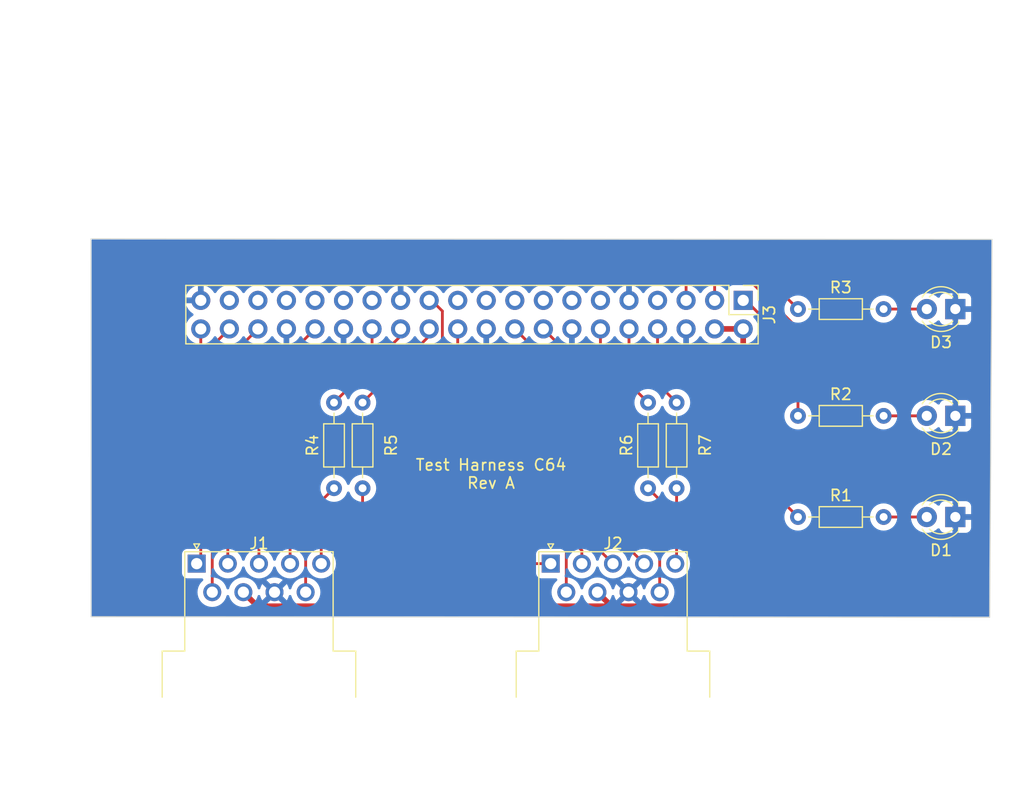
<source format=kicad_pcb>
(kicad_pcb (version 20221018) (generator pcbnew)
  (title_block (title "Unijoysticle Tester") (date "2022-11-29") (rev "A") (company "Ricardo Quesada"))
  (layers (0 "F.Cu" signal) (31 "B.Cu" signal) (34 "B.Paste" user) (35 "F.Paste" user) (36 "B.SilkS" user "B.Silkscreen") (37 "F.SilkS" user "F.Silkscreen") (38 "B.Mask" user) (39 "F.Mask" user) (44 "Edge.Cuts" user))
  (net 0 "")
  (net 1 "/LED_PWR")
  (net 2 "/LED_1")
  (net 3 "/LED_2")
  (net 4 "/J1_UP")
  (net 5 "/J1_DOWN")
  (net 6 "/J1_LEFT")
  (net 7 "/J1_RIGHT")
  (net 8 "/J1_FIRE")
  (net 9 "+5V")
  (net 10 "GND")
  (net 11 "/J2_UP")
  (net 12 "/J2_DOWN")
  (net 13 "/J2_LEFT")
  (net 14 "/J2_RIGHT")
  (net 15 "/J2_FIRE")
  (net 16 "Net-(D1-A)")
  (net 17 "/J1_FIRE3")
  (net 18 "Net-(D2-A)")
  (net 19 "/J1_FIRE2")
  (net 20 "/J2_FIRE3")
  (net 21 "/J2_FIRE2")
  (net 22 "Net-(D3-A)")
  (net 36 "/J2_FIRE3_R")
  (net 37 "/J2_FIRE2_R")
  (net 38 "/J1_FIRE3_R")
  (net 39 "/J1_FIRE2_R")
  (footprint "Connector_PinHeader_2.54mm:PinHeader_2x20_P2.54mm_Vertical" (layer "F.Cu") (at 145.625 74.725 -90)
    (fp_text reference "J3" (at 1.27 -2.33 90) (layer "F.SilkS"))
    (fp_text value "Raspberry_Pi_2_3")
    (fp_line (start -1.33 -1.33) (end 0 -1.33) (stroke (width 0.12)) (layer "F.SilkS"))
    (fp_line (start -1.33 0) (end -1.33 -1.33) (stroke (width 0.12)) (layer "F.SilkS"))
    (fp_line (start -1.33 1.27) (end -1.33 49.59) (stroke (width 0.12)) (layer "F.SilkS"))
    (fp_line (start -1.33 1.27) (end 1.27 1.27) (stroke (width 0.12)) (layer "F.SilkS"))
    (fp_line (start -1.33 49.59) (end 3.87 49.59) (stroke (width 0.12)) (layer "F.SilkS"))
    (fp_line (start 1.27 -1.33) (end 3.87 -1.33) (stroke (width 0.12)) (layer "F.SilkS"))
    (fp_line (start 1.27 1.27) (end 1.27 -1.33) (stroke (width 0.12)) (layer "F.SilkS"))
    (fp_line (start 3.87 -1.33) (end 3.87 49.59) (stroke (width 0.12)) (layer "F.SilkS"))
    (pad "1" thru_hole rect (at 0 0 270) (size 1.7 1.7) (drill 1) (layers "*.Cu" "*.Mask") (net 1 "/LED_PWR"))
    (pad "2" thru_hole oval (at 2.54 0 270) (size 1.7 1.7) (drill 1) (layers "*.Cu" "*.Mask") (net 9 "+5V"))
    (pad "3" thru_hole oval (at 0 2.54 270) (size 1.7 1.7) (drill 1) (layers "*.Cu" "*.Mask") (net 2 "/LED_1"))
    (pad "4" thru_hole oval (at 2.54 2.54 270) (size 1.7 1.7) (drill 1) (layers "*.Cu" "*.Mask") (net 9 "+5V"))
    (pad "5" thru_hole oval (at 0 5.08 270) (size 1.7 1.7) (drill 1) (layers "*.Cu" "*.Mask") (net 3 "/LED_2"))
    (pad "6" thru_hole oval (at 2.54 5.08 270) (size 1.7 1.7) (drill 1) (layers "*.Cu" "*.Mask") (net 10 "GND"))
    (pad "7" thru_hole oval (at 0 7.62 270) (size 1.7 1.7) (drill 1) (layers "*.Cu" "*.Mask"))
    (pad "8" thru_hole oval (at 2.54 7.62 270) (size 1.7 1.7) (drill 1) (layers "*.Cu" "*.Mask") (net 36 "/J2_FIRE3_R"))
    (pad "9" thru_hole oval (at 0 10.16 270) (size 1.7 1.7) (drill 1) (layers "*.Cu" "*.Mask") (net 10 "GND"))
    (pad "10" thru_hole oval (at 2.54 10.16 270) (size 1.7 1.7) (drill 1) (layers "*.Cu" "*.Mask") (net 37 "/J2_FIRE2_R"))
    (pad "11" thru_hole oval (at 0 12.7 270) (size 1.7 1.7) (drill 1) (layers "*.Cu" "*.Mask"))
    (pad "12" thru_hole oval (at 2.54 12.7 270) (size 1.7 1.7) (drill 1) (layers "*.Cu" "*.Mask") (net 14 "/J2_RIGHT"))
    (pad "13" thru_hole oval (at 0 15.24 270) (size 1.7 1.7) (drill 1) (layers "*.Cu" "*.Mask"))
    (pad "14" thru_hole oval (at 2.54 15.24 270) (size 1.7 1.7) (drill 1) (layers "*.Cu" "*.Mask") (net 10 "GND"))
    (pad "15" thru_hole oval (at 0 17.78 270) (size 1.7 1.7) (drill 1) (layers "*.Cu" "*.Mask"))
    (pad "16" thru_hole oval (at 2.54 17.78 270) (size 1.7 1.7) (drill 1) (layers "*.Cu" "*.Mask") (net 13 "/J2_LEFT"))
    (pad "17" thru_hole oval (at 0 20.32 270) (size 1.7 1.7) (drill 1) (layers "*.Cu" "*.Mask"))
    (pad "18" thru_hole oval (at 2.54 20.32 270) (size 1.7 1.7) (drill 1) (layers "*.Cu" "*.Mask") (net 12 "/J2_DOWN"))
    (pad "19" thru_hole oval (at 0 22.86 270) (size 1.7 1.7) (drill 1) (layers "*.Cu" "*.Mask"))
    (pad "20" thru_hole oval (at 2.54 22.86 270) (size 1.7 1.7) (drill 1) (layers "*.Cu" "*.Mask") (net 10 "GND"))
    (pad "21" thru_hole oval (at 0 25.4 270) (size 1.7 1.7) (drill 1) (layers "*.Cu" "*.Mask"))
    (pad "22" thru_hole oval (at 2.54 25.4 270) (size 1.7 1.7) (drill 1) (layers "*.Cu" "*.Mask") (net 15 "/J2_FIRE"))
    (pad "23" thru_hole oval (at 0 27.94 270) (size 1.7 1.7) (drill 1) (layers "*.Cu" "*.Mask") (net 11 "/J2_UP"))
    (pad "24" thru_hole oval (at 2.54 27.94 270) (size 1.7 1.7) (drill 1) (layers "*.Cu" "*.Mask") (net 38 "/J1_FIRE3_R"))
    (pad "25" thru_hole oval (at 0 30.48 270) (size 1.7 1.7) (drill 1) (layers "*.Cu" "*.Mask") (net 10 "GND"))
    (pad "26" thru_hole oval (at 2.54 30.48 270) (size 1.7 1.7) (drill 1) (layers "*.Cu" "*.Mask") (net 39 "/J1_FIRE2_R"))
    (pad "27" thru_hole oval (at 0 33.02 270) (size 1.7 1.7) (drill 1) (layers "*.Cu" "*.Mask"))
    (pad "28" thru_hole oval (at 2.54 33.02 270) (size 1.7 1.7) (drill 1) (layers "*.Cu" "*.Mask") (net 7 "/J1_RIGHT"))
    (pad "29" thru_hole oval (at 0 35.56 270) (size 1.7 1.7) (drill 1) (layers "*.Cu" "*.Mask"))
    (pad "30" thru_hole oval (at 2.54 35.56 270) (size 1.7 1.7) (drill 1) (layers "*.Cu" "*.Mask") (net 10 "GND"))
    (pad "31" thru_hole oval (at 0 38.1 270) (size 1.7 1.7) (drill 1) (layers "*.Cu" "*.Mask"))
    (pad "32" thru_hole oval (at 2.54 38.1 270) (size 1.7 1.7) (drill 1) (layers "*.Cu" "*.Mask") (net 6 "/J1_LEFT"))
    (pad "33" thru_hole oval (at 0 40.64 270) (size 1.7 1.7) (drill 1) (layers "*.Cu" "*.Mask"))
    (pad "34" thru_hole oval (at 2.54 40.64 270) (size 1.7 1.7) (drill 1) (layers "*.Cu" "*.Mask") (net 10 "GND"))
    (pad "35" thru_hole oval (at 0 43.18 270) (size 1.7 1.7) (drill 1) (layers "*.Cu" "*.Mask"))
    (pad "36" thru_hole oval (at 2.54 43.18 270) (size 1.7 1.7) (drill 1) (layers "*.Cu" "*.Mask") (net 5 "/J1_DOWN"))
    (pad "37" thru_hole oval (at 0 45.72 270) (size 1.7 1.7) (drill 1) (layers "*.Cu" "*.Mask"))
    (pad "38" thru_hole oval (at 2.54 45.72 270) (size 1.7 1.7) (drill 1) (layers "*.Cu" "*.Mask") (net 8 "/J1_FIRE"))
    (pad "39" thru_hole oval (at 0 48.26 270) (size 1.7 1.7) (drill 1) (layers "*.Cu" "*.Mask") (net 10 "GND"))
    (pad "40" thru_hole oval (at 2.54 48.26 270) (size 1.7 1.7) (drill 1) (layers "*.Cu" "*.Mask") (net 4 "/J1_UP"))
  )
  (footprint "LED_THT:LED_D3.0mm" (layer "F.Cu") (at 164.5 94 180)
    (fp_text reference "D1" (at 1.27 -2.96) (layer "F.SilkS"))
    (fp_text value "LED")
    (fp_line (start -0.29 -1.236) (end -0.29 -1.08) (stroke (width 0.12)) (layer "F.SilkS"))
    (fp_line (start -0.29 1.08) (end -0.29 1.236) (stroke (width 0.12)) (layer "F.SilkS"))
    (fp_arc (start -0.29 -1.235516) (mid 1.366487 -1.987659) (end 2.942335 -1.078608) (stroke (width 0.12)) (layer "F.SilkS"))
    (fp_arc (start 0.229039 -1.08) (mid 1.270117 -1.5) (end 2.31113 -1.079837) (stroke (width 0.12)) (layer "F.SilkS"))
    (fp_arc (start 2.31113 1.079837) (mid 1.270117 1.5) (end 0.229039 1.08) (stroke (width 0.12)) (layer "F.SilkS"))
    (fp_arc (start 2.942335 1.078608) (mid 1.366487 1.987659) (end -0.29 1.235516) (stroke (width 0.12)) (layer "F.SilkS"))
    (pad "1" thru_hole rect (at 0 0 180) (size 1.8 1.8) (drill 0.9) (layers "*.Cu" "*.Mask") (net 10 "GND"))
    (pad "2" thru_hole circle (at 2.54 0 180) (size 1.8 1.8) (drill 0.9) (layers "*.Cu" "*.Mask") (net 16 "Net-(D1-A)"))
  )
  (footprint "Resistor_THT:R_Axial_DIN0204_L3.6mm_D1.6mm_P7.62mm_Horizontal" (layer "F.Cu") (at 137.16 91.44 90)
    (fp_text reference "R6" (at 3.81 -1.92 90) (layer "F.SilkS"))
    (fp_text value "3K")
    (fp_line (start 0.94 0) (end 1.89 0) (stroke (width 0.12)) (layer "F.SilkS"))
    (fp_line (start 1.89 -0.92) (end 1.89 0.92) (stroke (width 0.12)) (layer "F.SilkS"))
    (fp_line (start 1.89 0.92) (end 5.73 0.92) (stroke (width 0.12)) (layer "F.SilkS"))
    (fp_line (start 5.73 -0.92) (end 1.89 -0.92) (stroke (width 0.12)) (layer "F.SilkS"))
    (fp_line (start 5.73 0.92) (end 5.73 -0.92) (stroke (width 0.12)) (layer "F.SilkS"))
    (fp_line (start 6.68 0) (end 5.73 0) (stroke (width 0.12)) (layer "F.SilkS"))
    (pad "1" thru_hole circle (at 0 0 90) (size 1.4 1.4) (drill 0.7) (layers "*.Cu" "*.Mask") (net 21 "/J2_FIRE2"))
    (pad "2" thru_hole oval (at 7.62 0 90) (size 1.4 1.4) (drill 0.7) (layers "*.Cu" "*.Mask") (net 37 "/J2_FIRE2_R"))
  )
  (footprint "Resistor_THT:R_Axial_DIN0204_L3.6mm_D1.6mm_P7.62mm_Horizontal" (layer "F.Cu") (at 150.5 75.5)
    (fp_text reference "R3" (at 3.81 -1.92) (layer "F.SilkS"))
    (fp_text value "1K")
    (fp_line (start 0.94 0) (end 1.89 0) (stroke (width 0.12)) (layer "F.SilkS"))
    (fp_line (start 1.89 -0.92) (end 1.89 0.92) (stroke (width 0.12)) (layer "F.SilkS"))
    (fp_line (start 1.89 0.92) (end 5.73 0.92) (stroke (width 0.12)) (layer "F.SilkS"))
    (fp_line (start 5.73 -0.92) (end 1.89 -0.92) (stroke (width 0.12)) (layer "F.SilkS"))
    (fp_line (start 5.73 0.92) (end 5.73 -0.92) (stroke (width 0.12)) (layer "F.SilkS"))
    (fp_line (start 6.68 0) (end 5.73 0) (stroke (width 0.12)) (layer "F.SilkS"))
    (pad "1" thru_hole circle (at 0 0) (size 1.4 1.4) (drill 0.7) (layers "*.Cu" "*.Mask") (net 3 "/LED_2"))
    (pad "2" thru_hole oval (at 7.62 0) (size 1.4 1.4) (drill 0.7) (layers "*.Cu" "*.Mask") (net 22 "Net-(D3-A)"))
  )
  (footprint "Resistor_THT:R_Axial_DIN0204_L3.6mm_D1.6mm_P7.62mm_Horizontal" (layer "F.Cu") (at 109.22 91.44 90)
    (fp_text reference "R4" (at 3.81 -1.92 90) (layer "F.SilkS"))
    (fp_text value "3K")
    (fp_line (start 0.94 0) (end 1.89 0) (stroke (width 0.12)) (layer "F.SilkS"))
    (fp_line (start 1.89 -0.92) (end 1.89 0.92) (stroke (width 0.12)) (layer "F.SilkS"))
    (fp_line (start 1.89 0.92) (end 5.73 0.92) (stroke (width 0.12)) (layer "F.SilkS"))
    (fp_line (start 5.73 -0.92) (end 1.89 -0.92) (stroke (width 0.12)) (layer "F.SilkS"))
    (fp_line (start 5.73 0.92) (end 5.73 -0.92) (stroke (width 0.12)) (layer "F.SilkS"))
    (fp_line (start 6.68 0) (end 5.73 0) (stroke (width 0.12)) (layer "F.SilkS"))
    (pad "1" thru_hole circle (at 0 0 90) (size 1.4 1.4) (drill 0.7) (layers "*.Cu" "*.Mask") (net 19 "/J1_FIRE2"))
    (pad "2" thru_hole oval (at 7.62 0 90) (size 1.4 1.4) (drill 0.7) (layers "*.Cu" "*.Mask") (net 39 "/J1_FIRE2_R"))
  )
  (footprint "Resistor_THT:R_Axial_DIN0204_L3.6mm_D1.6mm_P7.62mm_Horizontal" (layer "F.Cu") (at 150.5 85)
    (fp_text reference "R2" (at 3.81 -1.92) (layer "F.SilkS"))
    (fp_text value "1K")
    (fp_line (start 0.94 0) (end 1.89 0) (stroke (width 0.12)) (layer "F.SilkS"))
    (fp_line (start 1.89 -0.92) (end 1.89 0.92) (stroke (width 0.12)) (layer "F.SilkS"))
    (fp_line (start 1.89 0.92) (end 5.73 0.92) (stroke (width 0.12)) (layer "F.SilkS"))
    (fp_line (start 5.73 -0.92) (end 1.89 -0.92) (stroke (width 0.12)) (layer "F.SilkS"))
    (fp_line (start 5.73 0.92) (end 5.73 -0.92) (stroke (width 0.12)) (layer "F.SilkS"))
    (fp_line (start 6.68 0) (end 5.73 0) (stroke (width 0.12)) (layer "F.SilkS"))
    (pad "1" thru_hole circle (at 0 0) (size 1.4 1.4) (drill 0.7) (layers "*.Cu" "*.Mask") (net 2 "/LED_1"))
    (pad "2" thru_hole oval (at 7.62 0) (size 1.4 1.4) (drill 0.7) (layers "*.Cu" "*.Mask") (net 18 "Net-(D2-A)"))
  )
  (footprint "LED_THT:LED_D3.0mm" (layer "F.Cu") (at 164.5 75.5 180)
    (fp_text reference "D3" (at 1.27 -2.96) (layer "F.SilkS"))
    (fp_text value "LED")
    (fp_line (start -0.29 -1.236) (end -0.29 -1.08) (stroke (width 0.12)) (layer "F.SilkS"))
    (fp_line (start -0.29 1.08) (end -0.29 1.236) (stroke (width 0.12)) (layer "F.SilkS"))
    (fp_arc (start -0.29 -1.235516) (mid 1.366487 -1.987659) (end 2.942335 -1.078608) (stroke (width 0.12)) (layer "F.SilkS"))
    (fp_arc (start 0.229039 -1.08) (mid 1.270117 -1.5) (end 2.31113 -1.079837) (stroke (width 0.12)) (layer "F.SilkS"))
    (fp_arc (start 2.31113 1.079837) (mid 1.270117 1.5) (end 0.229039 1.08) (stroke (width 0.12)) (layer "F.SilkS"))
    (fp_arc (start 2.942335 1.078608) (mid 1.366487 1.987659) (end -0.29 1.235516) (stroke (width 0.12)) (layer "F.SilkS"))
    (pad "1" thru_hole rect (at 0 0 180) (size 1.8 1.8) (drill 0.9) (layers "*.Cu" "*.Mask") (net 10 "GND"))
    (pad "2" thru_hole circle (at 2.54 0 180) (size 1.8 1.8) (drill 0.9) (layers "*.Cu" "*.Mask") (net 22 "Net-(D3-A)"))
  )
  (footprint "Resistor_THT:R_Axial_DIN0204_L3.6mm_D1.6mm_P7.62mm_Horizontal" (layer "F.Cu") (at 139.7 91.44 90)
    (fp_text reference "R7" (at 3.81 2.54 90) (layer "F.SilkS"))
    (fp_text value "3K")
    (fp_line (start 0.94 0) (end 1.89 0) (stroke (width 0.12)) (layer "F.SilkS"))
    (fp_line (start 1.89 -0.92) (end 1.89 0.92) (stroke (width 0.12)) (layer "F.SilkS"))
    (fp_line (start 1.89 0.92) (end 5.73 0.92) (stroke (width 0.12)) (layer "F.SilkS"))
    (fp_line (start 5.73 -0.92) (end 1.89 -0.92) (stroke (width 0.12)) (layer "F.SilkS"))
    (fp_line (start 5.73 0.92) (end 5.73 -0.92) (stroke (width 0.12)) (layer "F.SilkS"))
    (fp_line (start 6.68 0) (end 5.73 0) (stroke (width 0.12)) (layer "F.SilkS"))
    (pad "1" thru_hole circle (at 0 0 90) (size 1.4 1.4) (drill 0.7) (layers "*.Cu" "*.Mask") (net 20 "/J2_FIRE3"))
    (pad "2" thru_hole oval (at 7.62 0 90) (size 1.4 1.4) (drill 0.7) (layers "*.Cu" "*.Mask") (net 36 "/J2_FIRE3_R"))
  )
  (footprint "LED_THT:LED_D3.0mm" (layer "F.Cu") (at 164.5 85 180)
    (fp_text reference "D2" (at 1.27 -2.96) (layer "F.SilkS"))
    (fp_text value "LED")
    (fp_line (start -0.29 -1.236) (end -0.29 -1.08) (stroke (width 0.12)) (layer "F.SilkS"))
    (fp_line (start -0.29 1.08) (end -0.29 1.236) (stroke (width 0.12)) (layer "F.SilkS"))
    (fp_arc (start -0.29 -1.235516) (mid 1.366487 -1.987659) (end 2.942335 -1.078608) (stroke (width 0.12)) (layer "F.SilkS"))
    (fp_arc (start 0.229039 -1.08) (mid 1.270117 -1.5) (end 2.31113 -1.079837) (stroke (width 0.12)) (layer "F.SilkS"))
    (fp_arc (start 2.31113 1.079837) (mid 1.270117 1.5) (end 0.229039 1.08) (stroke (width 0.12)) (layer "F.SilkS"))
    (fp_arc (start 2.942335 1.078608) (mid 1.366487 1.987659) (end -0.29 1.235516) (stroke (width 0.12)) (layer "F.SilkS"))
    (pad "1" thru_hole rect (at 0 0 180) (size 1.8 1.8) (drill 0.9) (layers "*.Cu" "*.Mask") (net 10 "GND"))
    (pad "2" thru_hole circle (at 2.54 0 180) (size 1.8 1.8) (drill 0.9) (layers "*.Cu" "*.Mask") (net 18 "Net-(D2-A)"))
  )
  (footprint "Resistor_THT:R_Axial_DIN0204_L3.6mm_D1.6mm_P7.62mm_Horizontal" (layer "F.Cu") (at 150.5 94)
    (fp_text reference "R1" (at 3.81 -1.92) (layer "F.SilkS"))
    (fp_text value "1K")
    (fp_line (start 0.94 0) (end 1.89 0) (stroke (width 0.12)) (layer "F.SilkS"))
    (fp_line (start 1.89 -0.92) (end 1.89 0.92) (stroke (width 0.12)) (layer "F.SilkS"))
    (fp_line (start 1.89 0.92) (end 5.73 0.92) (stroke (width 0.12)) (layer "F.SilkS"))
    (fp_line (start 5.73 -0.92) (end 1.89 -0.92) (stroke (width 0.12)) (layer "F.SilkS"))
    (fp_line (start 5.73 0.92) (end 5.73 -0.92) (stroke (width 0.12)) (layer "F.SilkS"))
    (fp_line (start 6.68 0) (end 5.73 0) (stroke (width 0.12)) (layer "F.SilkS"))
    (pad "1" thru_hole circle (at 0 0) (size 1.4 1.4) (drill 0.7) (layers "*.Cu" "*.Mask") (net 1 "/LED_PWR"))
    (pad "2" thru_hole oval (at 7.62 0) (size 1.4 1.4) (drill 0.7) (layers "*.Cu" "*.Mask") (net 16 "Net-(D1-A)"))
  )
  (footprint "Connector_Dsub:DSUB-9_Male_Horizontal_P2.77x2.54mm_EdgePinOffset9.40mm" (layer "F.Cu") (at 128.5 98.149669)
    (fp_text reference "J2" (at 5.54 -1.8) (layer "F.SilkS"))
    (fp_text value "DB9_Male")
    (fp_line (start -3.07 7.78) (end -1.06 7.78) (stroke (width 0.12)) (layer "F.SilkS"))
    (fp_line (start -3.07 11.88) (end -3.07 7.78) (stroke (width 0.12)) (layer "F.SilkS"))
    (fp_line (start -1.06 -1.06) (end 12.14 -1.06) (stroke (width 0.12)) (layer "F.SilkS"))
    (fp_line (start -1.06 7.78) (end -1.06 -1.06) (stroke (width 0.12)) (layer "F.SilkS"))
    (fp_line (start -0.25 -1.754338) (end 0.25 -1.754338) (stroke (width 0.12)) (layer "F.SilkS"))
    (fp_line (start 0 -1.321325) (end -0.25 -1.754338) (stroke (width 0.12)) (layer "F.SilkS"))
    (fp_line (start 0.25 -1.754338) (end 0 -1.321325) (stroke (width 0.12)) (layer "F.SilkS"))
    (fp_line (start 12.14 -1.06) (end 12.14 7.78) (stroke (width 0.12)) (layer "F.SilkS"))
    (fp_line (start 12.14 7.78) (end 14.15 7.78) (stroke (width 0.12)) (layer "F.SilkS"))
    (fp_line (start 14.15 7.78) (end 14.15 11.88) (stroke (width 0.12)) (layer "F.SilkS"))
    (pad "1" thru_hole rect (at 0 0) (size 1.6 1.6) (drill 1) (layers "*.Cu" "*.Mask") (net 11 "/J2_UP"))
    (pad "2" thru_hole circle (at 2.77 0) (size 1.6 1.6) (drill 1) (layers "*.Cu" "*.Mask") (net 12 "/J2_DOWN"))
    (pad "3" thru_hole circle (at 5.54 0) (size 1.6 1.6) (drill 1) (layers "*.Cu" "*.Mask") (net 13 "/J2_LEFT"))
    (pad "4" thru_hole circle (at 8.31 0) (size 1.6 1.6) (drill 1) (layers "*.Cu" "*.Mask") (net 14 "/J2_RIGHT"))
    (pad "5" thru_hole circle (at 11.08 0) (size 1.6 1.6) (drill 1) (layers "*.Cu" "*.Mask") (net 20 "/J2_FIRE3"))
    (pad "6" thru_hole circle (at 1.385 2.54) (size 1.6 1.6) (drill 1) (layers "*.Cu" "*.Mask") (net 15 "/J2_FIRE"))
    (pad "7" thru_hole circle (at 4.155 2.54) (size 1.6 1.6) (drill 1) (layers "*.Cu" "*.Mask") (net 9 "+5V"))
    (pad "8" thru_hole circle (at 6.925 2.54) (size 1.6 1.6) (drill 1) (layers "*.Cu" "*.Mask") (net 10 "GND"))
    (pad "9" thru_hole circle (at 9.695 2.54) (size 1.6 1.6) (drill 1) (layers "*.Cu" "*.Mask") (net 21 "/J2_FIRE2"))
  )
  (footprint "Connector_Dsub:DSUB-9_Male_Horizontal_P2.77x2.54mm_EdgePinOffset9.40mm" (layer "F.Cu") (at 97 98.149669)
    (fp_text reference "J1" (at 5.54 -1.8) (layer "F.SilkS"))
    (fp_text value "DB9_Male")
    (fp_line (start -3.07 7.78) (end -1.06 7.78) (stroke (width 0.12)) (layer "F.SilkS"))
    (fp_line (start -3.07 11.88) (end -3.07 7.78) (stroke (width 0.12)) (layer "F.SilkS"))
    (fp_line (start -1.06 -1.06) (end 12.14 -1.06) (stroke (width 0.12)) (layer "F.SilkS"))
    (fp_line (start -1.06 7.78) (end -1.06 -1.06) (stroke (width 0.12)) (layer "F.SilkS"))
    (fp_line (start -0.25 -1.754338) (end 0.25 -1.754338) (stroke (width 0.12)) (layer "F.SilkS"))
    (fp_line (start 0 -1.321325) (end -0.25 -1.754338) (stroke (width 0.12)) (layer "F.SilkS"))
    (fp_line (start 0.25 -1.754338) (end 0 -1.321325) (stroke (width 0.12)) (layer "F.SilkS"))
    (fp_line (start 12.14 -1.06) (end 12.14 7.78) (stroke (width 0.12)) (layer "F.SilkS"))
    (fp_line (start 12.14 7.78) (end 14.15 7.78) (stroke (width 0.12)) (layer "F.SilkS"))
    (fp_line (start 14.15 7.78) (end 14.15 11.88) (stroke (width 0.12)) (layer "F.SilkS"))
    (pad "1" thru_hole rect (at 0 0) (size 1.6 1.6) (drill 1) (layers "*.Cu" "*.Mask") (net 4 "/J1_UP"))
    (pad "2" thru_hole circle (at 2.77 0) (size 1.6 1.6) (drill 1) (layers "*.Cu" "*.Mask") (net 5 "/J1_DOWN"))
    (pad "3" thru_hole circle (at 5.54 0) (size 1.6 1.6) (drill 1) (layers "*.Cu" "*.Mask") (net 6 "/J1_LEFT"))
    (pad "4" thru_hole circle (at 8.31 0) (size 1.6 1.6) (drill 1) (layers "*.Cu" "*.Mask") (net 7 "/J1_RIGHT"))
    (pad "5" thru_hole circle (at 11.08 0) (size 1.6 1.6) (drill 1) (layers "*.Cu" "*.Mask") (net 17 "/J1_FIRE3"))
    (pad "6" thru_hole circle (at 1.385 2.54) (size 1.6 1.6) (drill 1) (layers "*.Cu" "*.Mask") (net 8 "/J1_FIRE"))
    (pad "7" thru_hole circle (at 4.155 2.54) (size 1.6 1.6) (drill 1) (layers "*.Cu" "*.Mask") (net 9 "+5V"))
    (pad "8" thru_hole circle (at 6.925 2.54) (size 1.6 1.6) (drill 1) (layers "*.Cu" "*.Mask") (net 10 "GND"))
    (pad "9" thru_hole circle (at 9.695 2.54) (size 1.6 1.6) (drill 1) (layers "*.Cu" "*.Mask") (net 19 "/J1_FIRE2"))
  )
  (footprint "Resistor_THT:R_Axial_DIN0204_L3.6mm_D1.6mm_P7.62mm_Horizontal" (layer "F.Cu") (at 111.76 91.44 90)
    (fp_text reference "R5" (at 3.81 2.54 90) (layer "F.SilkS"))
    (fp_text value "3K")
    (fp_line (start 0.94 0) (end 1.89 0) (stroke (width 0.12)) (layer "F.SilkS"))
    (fp_line (start 1.89 -0.92) (end 1.89 0.92) (stroke (width 0.12)) (layer "F.SilkS"))
    (fp_line (start 1.89 0.92) (end 5.73 0.92) (stroke (width 0.12)) (layer "F.SilkS"))
    (fp_line (start 5.73 -0.92) (end 1.89 -0.92) (stroke (width 0.12)) (layer "F.SilkS"))
    (fp_line (start 5.73 0.92) (end 5.73 -0.92) (stroke (width 0.12)) (layer "F.SilkS"))
    (fp_line (start 6.68 0) (end 5.73 0) (stroke (width 0.12)) (layer "F.SilkS"))
    (pad "1" thru_hole circle (at 0 0 90) (size 1.4 1.4) (drill 0.7) (layers "*.Cu" "*.Mask") (net 17 "/J1_FIRE3"))
    (pad "2" thru_hole oval (at 7.62 0 90) (size 1.4 1.4) (drill 0.7) (layers "*.Cu" "*.Mask") (net 38 "/J1_FIRE3_R"))
  )
  (gr_poly (pts (xy 167.554744 102.918954) (xy 87.609327 102.870342) (xy 87.600353 69.256103) (xy 167.76377 69.304715)) (stroke (width 0.1)) (fill none) (layer "Edge.Cuts"))
  (gr_text "Test Harness C64\nRev A" (at 123.19 90.17) (layer "F.SilkS") (effects (font (size 1 1))))
  (segment (start 148.59 92.09) (end 148.59 77.47) (width 0.25) (layer "F.Cu") (net 1))
  (segment (start 150.5 94) (end 148.59 92.09) (width 0.25) (layer "F.Cu") (net 1))
  (segment (start 145.845 74.725) (end 145.625 74.725) (width 0.25) (layer "F.Cu") (net 1))
  (segment (start 148.59 77.47) (end 145.845 74.725) (width 0.25) (layer "F.Cu") (net 1))
  (segment (start 150.5 85) (end 150.5 77.25) (width 0.25) (layer "F.Cu") (net 2))
  (segment (start 143.51 72.39) (end 143.085 72.815) (width 0.25) (layer "F.Cu") (net 2))
  (segment (start 145.64 72.39) (end 143.51 72.39) (width 0.25) (layer "F.Cu") (net 2))
  (segment (start 143.085 72.815) (end 143.085 74.725) (width 0.25) (layer "F.Cu") (net 2))
  (segment (start 150.5 77.25) (end 145.64 72.39) (width 0.25) (layer "F.Cu") (net 2))
  (segment (start 150.5 75.5) (end 146.94 71.94) (width 0.25) (layer "F.Cu") (net 3))
  (segment (start 140.545 72.815) (end 140.545 74.725) (width 0.25) (layer "F.Cu") (net 3))
  (segment (start 141.42 71.94) (end 140.545 72.815) (width 0.25) (layer "F.Cu") (net 3))
  (segment (start 146.94 71.94) (end 141.42 71.94) (width 0.25) (layer "F.Cu") (net 3))
  (segment (start 97.365 97.784669) (end 97 98.149669) (width 0.25) (layer "F.Cu") (net 4))
  (segment (start 97.365 77.265) (end 97.365 97.784669) (width 0.25) (layer "F.Cu") (net 4))
  (segment (start 100.33 80.01) (end 100.33 79.38) (width 0.25) (layer "F.Cu") (net 5))
  (segment (start 100.33 79.38) (end 102.445 77.265) (width 0.25) (layer "F.Cu") (net 5))
  (segment (start 99.77 98.149669) (end 99.77 80.57) (width 0.25) (layer "F.Cu") (net 5))
  (segment (start 99.77 80.57) (end 100.33 80.01) (width 0.25) (layer "F.Cu") (net 5))
  (segment (start 102.54 98.149669) (end 102.54 80.34) (width 0.25) (layer "F.Cu") (net 6))
  (segment (start 102.54 80.34) (end 102.87 80.01) (width 0.25) (layer "F.Cu") (net 6))
  (segment (start 102.87 80.01) (end 104.78 80.01) (width 0.25) (layer "F.Cu") (net 6))
  (segment (start 104.78 80.01) (end 107.525 77.265) (width 0.25) (layer "F.Cu") (net 6))
  (segment (start 111.76 80.01) (end 112.605 79.165) (width 0.25) (layer "F.Cu") (net 7))
  (segment (start 112.605 79.165) (end 112.605 77.265) (width 0.25) (layer "F.Cu") (net 7))
  (segment (start 105.31 98.149669) (end 105.31 81.38) (width 0.25) (layer "F.Cu") (net 7))
  (segment (start 106.68 80.01) (end 111.76 80.01) (width 0.25) (layer "F.Cu") (net 7))
  (segment (start 105.31 81.38) (end 106.68 80.01) (width 0.25) (layer "F.Cu") (net 7))
  (segment (start 98.385 78.785) (end 99.905 77.265) (width 0.25) (layer "F.Cu") (net 8))
  (segment (start 98.385 100.689669) (end 98.385 78.785) (width 0.25) (layer "F.Cu") (net 8))
  (segment (start 133.905 101.939669) (end 102.405 101.939669) (width 0.5) (layer "F.Cu") (net 9))
  (segment (start 145.625 100.755) (end 144.440331 101.939669) (width 0.5) (layer "F.Cu") (net 9))
  (segment (start 102.405 101.939669) (end 101.155 100.689669) (width 0.5) (layer "F.Cu") (net 9))
  (segment (start 144.440331 101.939669) (end 133.905 101.939669) (width 0.5) (layer "F.Cu") (net 9))
  (segment (start 143.085 77.265) (end 145.625 77.265) (width 0.5) (layer "F.Cu") (net 9))
  (segment (start 145.625 77.265) (end 145.625 100.755) (width 0.5) (layer "F.Cu") (net 9))
  (segment (start 133.905 101.939669) (end 132.655 100.689669) (width 0.5) (layer "F.Cu") (net 9))
  (segment (start 121.009669 98.149669) (end 118.86 96) (width 0.25) (layer "F.Cu") (net 11))
  (segment (start 118.86 75.68) (end 118.11 74.93) (width 0.25) (layer "F.Cu") (net 11))
  (segment (start 117.89 74.93) (end 117.685 74.725) (width 0.25) (layer "F.Cu") (net 11))
  (segment (start 118.11 74.93) (end 117.89 74.93) (width 0.25) (layer "F.Cu") (net 11))
  (segment (start 128.5 98.149669) (end 121.009669 98.149669) (width 0.25) (layer "F.Cu") (net 11))
  (segment (start 118.86 96) (end 118.86 75.68) (width 0.25) (layer "F.Cu") (net 11))
  (segment (start 131.27 96.98) (end 128.27 93.98) (width 0.25) (layer "F.Cu") (net 12))
  (segment (start 127 93.98) (end 127 78.96) (width 0.25) (layer "F.Cu") (net 12))
  (segment (start 131.27 98.149669) (end 131.27 96.98) (width 0.25) (layer "F.Cu") (net 12))
  (segment (start 127 78.96) (end 125.305 77.265) (width 0.25) (layer "F.Cu") (net 12))
  (segment (start 128.27 93.98) (end 127 93.98) (width 0.25) (layer "F.Cu") (net 12))
  (segment (start 129.54 93.649669) (end 129.54 78.96) (width 0.25) (layer "F.Cu") (net 13))
  (segment (start 134.04 98.149669) (end 129.54 93.649669) (width 0.25) (layer "F.Cu") (net 13))
  (segment (start 129.54 78.96) (end 127.845 77.265) (width 0.25) (layer "F.Cu") (net 13))
  (segment (start 133.35 94.689669) (end 133.35 93.98) (width 0.25) (layer "F.Cu") (net 14))
  (segment (start 132.925 93.555) (end 132.925 77.265) (width 0.25) (layer "F.Cu") (net 14))
  (segment (start 136.81 98.149669) (end 133.35 94.689669) (width 0.25) (layer "F.Cu") (net 14))
  (segment (start 133.35 93.98) (end 132.925 93.555) (width 0.25) (layer "F.Cu") (net 14))
  (segment (start 128.27 95.25) (end 120.65 95.25) (width 0.25) (layer "F.Cu") (net 15))
  (segment (start 129.885 96.865) (end 128.27 95.25) (width 0.25) (layer "F.Cu") (net 15))
  (segment (start 120.225 94.825) (end 120.225 77.265) (width 0.25) (layer "F.Cu") (net 15))
  (segment (start 120.65 95.25) (end 120.225 94.825) (width 0.25) (layer "F.Cu") (net 15))
  (segment (start 129.885 100.689669) (end 129.885 96.865) (width 0.25) (layer "F.Cu") (net 15))
  (segment (start 158.12 94) (end 161.96 94) (width 0.25) (layer "F.Cu") (net 16))
  (segment (start 108.08 98.149669) (end 108.08 95.12) (width 0.25) (layer "F.Cu") (net 17))
  (segment (start 111.76 93.98) (end 111.76 91.44) (width 0.25) (layer "F.Cu") (net 17))
  (segment (start 109.22 93.98) (end 111.76 93.98) (width 0.25) (layer "F.Cu") (net 17))
  (segment (start 108.08 95.12) (end 109.22 93.98) (width 0.25) (layer "F.Cu") (net 17))
  (segment (start 158.12 85) (end 161.96 85) (width 0.25) (layer "F.Cu") (net 18))
  (segment (start 106.695 93.995) (end 106.68 93.98) (width 0.25) (layer "F.Cu") (net 19))
  (segment (start 106.695 100.689669) (end 106.695 93.995) (width 0.25) (layer "F.Cu") (net 19))
  (segment (start 106.68 93.98) (end 109.22 91.44) (width 0.25) (layer "F.Cu") (net 19))
  (segment (start 139.7 98.029669) (end 139.58 98.149669) (width 0.25) (layer "F.Cu") (net 20))
  (segment (start 139.7 91.44) (end 139.7 98.029669) (width 0.25) (layer "F.Cu") (net 20))
  (segment (start 138.195 92.475) (end 137.16 91.44) (width 0.25) (layer "F.Cu") (net 21))
  (segment (start 138.195 100.689669) (end 138.195 92.475) (width 0.25) (layer "F.Cu") (net 21))
  (segment (start 158.12 75.5) (end 161.96 75.5) (width 0.25) (layer "F.Cu") (net 22))
  (segment (start 138.005 82.125) (end 138.005 77.265) (width 0.25) (layer "F.Cu") (net 36))
  (segment (start 139.7 83.82) (end 138.005 82.125) (width 0.25) (layer "F.Cu") (net 36))
  (segment (start 137.16 83.82) (end 135.465 82.125) (width 0.25) (layer "F.Cu") (net 37))
  (segment (start 135.465 82.125) (end 135.465 77.265) (width 0.25) (layer "F.Cu") (net 37))
  (segment (start 117.685 77.895) (end 117.685 77.265) (width 0.25) (layer "F.Cu") (net 38))
  (segment (start 111.76 83.82) (end 117.685 77.895) (width 0.25) (layer "F.Cu") (net 38))
  (segment (start 109.22 83.82) (end 115.145 77.895) (width 0.25) (layer "F.Cu") (net 39))
  (segment (start 115.145 77.895) (end 115.145 77.265) (width 0.25) (layer "F.Cu") (net 39))
  (zone (net 10) (net_name "GND") (layer "B.Cu") (connect_pads (clearance 0.508)) (min_thickness 0.254) (fill yes (thermal_gap 0.508) (thermal_bridge_width 0.508))
    (polygon (pts (xy 169.125326 114.47898) (xy 80.5 113.74) (xy 79.5 70) (xy 84.5 48) (xy 170.625326 48.23898)))
  )
)
</source>
